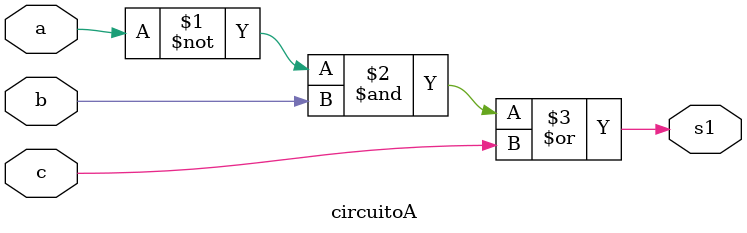
<source format=sv>
module circuitoA(
    input logic a,
    input logic b,
    input logic c,
    output logic s1
);
assign s1 = (~a) & (b) | (c);

endmodule

</source>
